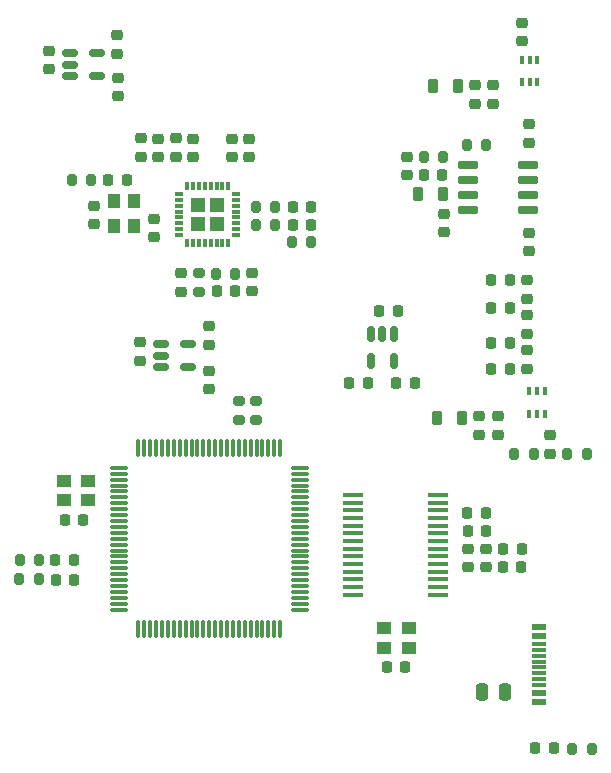
<source format=gbr>
%TF.GenerationSoftware,KiCad,Pcbnew,8.0.4-8.0.4-0~ubuntu22.04.1*%
%TF.CreationDate,2024-09-01T23:10:33+08:00*%
%TF.ProjectId,R820T_With_LCMXO2,52383230-545f-4576-9974-685f4c434d58,rev?*%
%TF.SameCoordinates,Original*%
%TF.FileFunction,Paste,Top*%
%TF.FilePolarity,Positive*%
%FSLAX46Y46*%
G04 Gerber Fmt 4.6, Leading zero omitted, Abs format (unit mm)*
G04 Created by KiCad (PCBNEW 8.0.4-8.0.4-0~ubuntu22.04.1) date 2024-09-01 23:10:33*
%MOMM*%
%LPD*%
G01*
G04 APERTURE LIST*
G04 Aperture macros list*
%AMRoundRect*
0 Rectangle with rounded corners*
0 $1 Rounding radius*
0 $2 $3 $4 $5 $6 $7 $8 $9 X,Y pos of 4 corners*
0 Add a 4 corners polygon primitive as box body*
4,1,4,$2,$3,$4,$5,$6,$7,$8,$9,$2,$3,0*
0 Add four circle primitives for the rounded corners*
1,1,$1+$1,$2,$3*
1,1,$1+$1,$4,$5*
1,1,$1+$1,$6,$7*
1,1,$1+$1,$8,$9*
0 Add four rect primitives between the rounded corners*
20,1,$1+$1,$2,$3,$4,$5,0*
20,1,$1+$1,$4,$5,$6,$7,0*
20,1,$1+$1,$6,$7,$8,$9,0*
20,1,$1+$1,$8,$9,$2,$3,0*%
G04 Aperture macros list end*
%ADD10RoundRect,0.200000X-0.200000X-0.275000X0.200000X-0.275000X0.200000X0.275000X-0.200000X0.275000X0*%
%ADD11RoundRect,0.218750X0.218750X0.256250X-0.218750X0.256250X-0.218750X-0.256250X0.218750X-0.256250X0*%
%ADD12R,1.240000X0.600000*%
%ADD13R,1.240000X0.300000*%
%ADD14RoundRect,0.225000X0.225000X0.250000X-0.225000X0.250000X-0.225000X-0.250000X0.225000X-0.250000X0*%
%ADD15RoundRect,0.150000X-0.512500X-0.150000X0.512500X-0.150000X0.512500X0.150000X-0.512500X0.150000X0*%
%ADD16RoundRect,0.225000X0.250000X-0.225000X0.250000X0.225000X-0.250000X0.225000X-0.250000X-0.225000X0*%
%ADD17RoundRect,0.225000X-0.250000X0.225000X-0.250000X-0.225000X0.250000X-0.225000X0.250000X0.225000X0*%
%ADD18R,1.300000X1.100000*%
%ADD19RoundRect,0.200000X0.275000X-0.200000X0.275000X0.200000X-0.275000X0.200000X-0.275000X-0.200000X0*%
%ADD20RoundRect,0.225000X-0.225000X-0.250000X0.225000X-0.250000X0.225000X0.250000X-0.225000X0.250000X0*%
%ADD21R,1.100000X1.300000*%
%ADD22RoundRect,0.075000X-0.662500X-0.075000X0.662500X-0.075000X0.662500X0.075000X-0.662500X0.075000X0*%
%ADD23RoundRect,0.075000X-0.075000X-0.662500X0.075000X-0.662500X0.075000X0.662500X-0.075000X0.662500X0*%
%ADD24RoundRect,0.250000X0.250000X0.475000X-0.250000X0.475000X-0.250000X-0.475000X0.250000X-0.475000X0*%
%ADD25RoundRect,0.218750X-0.256250X0.218750X-0.256250X-0.218750X0.256250X-0.218750X0.256250X0.218750X0*%
%ADD26RoundRect,0.218750X0.218750X0.381250X-0.218750X0.381250X-0.218750X-0.381250X0.218750X-0.381250X0*%
%ADD27RoundRect,0.150000X-0.150000X0.512500X-0.150000X-0.512500X0.150000X-0.512500X0.150000X0.512500X0*%
%ADD28RoundRect,0.200000X0.200000X0.275000X-0.200000X0.275000X-0.200000X-0.275000X0.200000X-0.275000X0*%
%ADD29RoundRect,0.100000X0.100000X-0.225000X0.100000X0.225000X-0.100000X0.225000X-0.100000X-0.225000X0*%
%ADD30R,1.750000X0.450000*%
%ADD31RoundRect,0.218750X-0.218750X-0.381250X0.218750X-0.381250X0.218750X0.381250X-0.218750X0.381250X0*%
%ADD32RoundRect,0.218750X-0.218750X-0.256250X0.218750X-0.256250X0.218750X0.256250X-0.218750X0.256250X0*%
%ADD33R,1.300000X1.300000*%
%ADD34R,0.300000X0.800000*%
%ADD35R,0.800000X0.300000*%
%ADD36RoundRect,0.150000X0.725000X0.150000X-0.725000X0.150000X-0.725000X-0.150000X0.725000X-0.150000X0*%
%ADD37RoundRect,0.200000X-0.275000X0.200000X-0.275000X-0.200000X0.275000X-0.200000X0.275000X0.200000X0*%
G04 APERTURE END LIST*
D10*
%TO.C,R16*%
X152337500Y-142600000D03*
X150687500Y-142600000D03*
%TD*%
D11*
%TO.C,D2*%
X147575000Y-142550000D03*
X149150000Y-142550000D03*
%TD*%
D12*
%TO.C,J1*%
X147844999Y-138645000D03*
X147844999Y-137845000D03*
D13*
X147844999Y-136695000D03*
X147844999Y-135695000D03*
X147844999Y-135195000D03*
X147844999Y-134195000D03*
D12*
X147844999Y-133045000D03*
X147844999Y-132245000D03*
X147844999Y-132245000D03*
X147844999Y-133045000D03*
D13*
X147844999Y-133695000D03*
X147844999Y-134695000D03*
X147844999Y-136195000D03*
X147844999Y-137195000D03*
D12*
X147844999Y-137845000D03*
X147844999Y-138645000D03*
%TD*%
D14*
%TO.C,C6*%
X133375000Y-111612500D03*
X131825000Y-111612500D03*
%TD*%
D15*
%TO.C,U9*%
X108200000Y-83700000D03*
X108200000Y-84650000D03*
X108200000Y-85600000D03*
X110475000Y-85600000D03*
X110475000Y-83700000D03*
%TD*%
D16*
%TO.C,C37*%
X112187500Y-83737500D03*
X112187500Y-82187500D03*
%TD*%
D10*
%TO.C,R11*%
X123900000Y-98200000D03*
X125550000Y-98200000D03*
%TD*%
D17*
%TO.C,C32*%
X112237500Y-85787500D03*
X112237500Y-87337500D03*
%TD*%
D16*
%TO.C,C18*%
X143362500Y-127225001D03*
X143362500Y-125675001D03*
%TD*%
D18*
%TO.C,X1*%
X107625000Y-121550000D03*
X109725000Y-121550000D03*
X109725000Y-119900000D03*
X107625000Y-119900000D03*
%TD*%
D17*
%TO.C,C49*%
X110225000Y-96625000D03*
X110225000Y-98175000D03*
%TD*%
%TO.C,C1*%
X143975000Y-86425000D03*
X143975000Y-87975000D03*
%TD*%
D19*
%TO.C,R18*%
X123937500Y-114775001D03*
X123937500Y-113125001D03*
%TD*%
D16*
%TO.C,C17*%
X141862500Y-127225001D03*
X141862500Y-125675001D03*
%TD*%
D20*
%TO.C,C61*%
X127025000Y-98200000D03*
X128575000Y-98200000D03*
%TD*%
D21*
%TO.C,X2*%
X111900000Y-96200000D03*
X111900000Y-98300000D03*
X113550000Y-98300000D03*
X113550000Y-96200000D03*
%TD*%
D20*
%TO.C,C14*%
X141837500Y-124150001D03*
X143387500Y-124150001D03*
%TD*%
D22*
%TO.C,U1*%
X112300000Y-118800000D03*
X112300000Y-119300000D03*
X112300000Y-119800000D03*
X112300000Y-120300000D03*
X112300000Y-120800000D03*
X112300000Y-121300000D03*
X112300000Y-121800000D03*
X112300000Y-122300000D03*
X112300000Y-122800000D03*
X112300000Y-123300000D03*
X112300000Y-123800000D03*
X112300000Y-124300000D03*
X112300000Y-124800000D03*
X112300000Y-125300000D03*
X112300000Y-125800000D03*
X112300000Y-126300000D03*
X112300000Y-126800000D03*
X112300000Y-127300000D03*
X112300000Y-127800000D03*
X112300000Y-128300000D03*
X112300000Y-128800000D03*
X112300000Y-129300000D03*
X112300000Y-129800000D03*
X112300000Y-130300000D03*
X112300000Y-130800000D03*
D23*
X113962500Y-132462500D03*
X114462500Y-132462500D03*
X114962500Y-132462500D03*
X115462500Y-132462500D03*
X115962500Y-132462500D03*
X116462500Y-132462500D03*
X116962500Y-132462500D03*
X117462500Y-132462500D03*
X117962500Y-132462500D03*
X118462500Y-132462500D03*
X118962500Y-132462500D03*
X119462500Y-132462500D03*
X119962500Y-132462500D03*
X120462500Y-132462500D03*
X120962500Y-132462500D03*
X121462500Y-132462500D03*
X121962500Y-132462500D03*
X122462500Y-132462500D03*
X122962500Y-132462500D03*
X123462500Y-132462500D03*
X123962500Y-132462500D03*
X124462500Y-132462500D03*
X124962500Y-132462500D03*
X125462500Y-132462500D03*
X125962500Y-132462500D03*
D22*
X127625000Y-130800000D03*
X127625000Y-130300000D03*
X127625000Y-129800000D03*
X127625000Y-129300000D03*
X127625000Y-128800000D03*
X127625000Y-128300000D03*
X127625000Y-127800000D03*
X127625000Y-127300000D03*
X127625000Y-126800000D03*
X127625000Y-126300000D03*
X127625000Y-125800000D03*
X127625000Y-125300000D03*
X127625000Y-124800000D03*
X127625000Y-124300000D03*
X127625000Y-123800000D03*
X127625000Y-123300000D03*
X127625000Y-122800000D03*
X127625000Y-122300000D03*
X127625000Y-121800000D03*
X127625000Y-121300000D03*
X127625000Y-120800000D03*
X127625000Y-120300000D03*
X127625000Y-119800000D03*
X127625000Y-119300000D03*
X127625000Y-118800000D03*
D23*
X125962500Y-117137500D03*
X125462500Y-117137500D03*
X124962500Y-117137500D03*
X124462500Y-117137500D03*
X123962500Y-117137500D03*
X123462500Y-117137500D03*
X122962500Y-117137500D03*
X122462500Y-117137500D03*
X121962500Y-117137500D03*
X121462500Y-117137500D03*
X120962500Y-117137500D03*
X120462500Y-117137500D03*
X119962500Y-117137500D03*
X119462500Y-117137500D03*
X118962500Y-117137500D03*
X118462500Y-117137500D03*
X117962500Y-117137500D03*
X117462500Y-117137500D03*
X116962500Y-117137500D03*
X116462500Y-117137500D03*
X115962500Y-117137500D03*
X115462500Y-117137500D03*
X114962500Y-117137500D03*
X114462500Y-117137500D03*
X113962500Y-117137500D03*
%TD*%
D17*
%TO.C,C51*%
X118615000Y-90917500D03*
X118615000Y-92467500D03*
%TD*%
D24*
%TO.C,C3*%
X144975000Y-137800000D03*
X143075000Y-137800000D03*
%TD*%
D17*
%TO.C,C57*%
X121865000Y-90917500D03*
X121865000Y-92467500D03*
%TD*%
D25*
%TO.C,L7*%
X146875000Y-108862500D03*
X146875000Y-110437500D03*
%TD*%
D17*
%TO.C,C24*%
X139825000Y-97275000D03*
X139825000Y-98825000D03*
%TD*%
D20*
%TO.C,C58*%
X120575000Y-103850000D03*
X122125000Y-103850000D03*
%TD*%
D26*
%TO.C,L3*%
X139737500Y-95650000D03*
X137612500Y-95650000D03*
%TD*%
D27*
%TO.C,U8*%
X135575000Y-107462500D03*
X134625000Y-107462500D03*
X133675000Y-107462500D03*
X133675000Y-109737500D03*
X135575000Y-109737500D03*
%TD*%
D28*
%TO.C,R15*%
X128600000Y-99700000D03*
X126950000Y-99700000D03*
%TD*%
D20*
%TO.C,C7*%
X135800000Y-111612500D03*
X137350000Y-111612500D03*
%TD*%
D17*
%TO.C,C54*%
X114145000Y-90912500D03*
X114145000Y-92462500D03*
%TD*%
%TO.C,C29*%
X114062500Y-108162500D03*
X114062500Y-109712500D03*
%TD*%
%TO.C,C4*%
X106387500Y-83487500D03*
X106387500Y-85037500D03*
%TD*%
D29*
%TO.C,U2*%
X147050000Y-114200000D03*
X147700000Y-114200000D03*
X148350000Y-114200000D03*
X148350000Y-112300000D03*
X147700000Y-112300000D03*
X147050000Y-112300000D03*
%TD*%
D30*
%TO.C,U3*%
X132112500Y-121100001D03*
X132112500Y-121750001D03*
X132112500Y-122400001D03*
X132112500Y-123050001D03*
X132112500Y-123700001D03*
X132112500Y-124350001D03*
X132112500Y-125000001D03*
X132112500Y-125650001D03*
X132112500Y-126300001D03*
X132112500Y-126950001D03*
X132112500Y-127600001D03*
X132112500Y-128250001D03*
X132112500Y-128900001D03*
X132112500Y-129550001D03*
X139312500Y-129550001D03*
X139312500Y-128900001D03*
X139312500Y-128250001D03*
X139312500Y-127600001D03*
X139312500Y-126950001D03*
X139312500Y-126300001D03*
X139312500Y-125650001D03*
X139312500Y-125000001D03*
X139312500Y-124350001D03*
X139312500Y-123700001D03*
X139312500Y-123050001D03*
X139312500Y-122400001D03*
X139312500Y-121750001D03*
X139312500Y-121100001D03*
%TD*%
D10*
%TO.C,R4*%
X150275000Y-117600000D03*
X151925000Y-117600000D03*
%TD*%
D25*
%TO.C,L5*%
X146875000Y-102912500D03*
X146875000Y-104487500D03*
%TD*%
D31*
%TO.C,L4*%
X138875000Y-86500000D03*
X141000000Y-86500000D03*
%TD*%
D10*
%TO.C,R19*%
X103875000Y-128250000D03*
X105525000Y-128250000D03*
%TD*%
%TO.C,R3*%
X145775000Y-117650000D03*
X147425000Y-117650000D03*
%TD*%
D17*
%TO.C,C60*%
X117575000Y-102325000D03*
X117575000Y-103875000D03*
%TD*%
D20*
%TO.C,C62*%
X127025000Y-96710000D03*
X128575000Y-96710000D03*
%TD*%
D32*
%TO.C,D4*%
X106937501Y-126600000D03*
X108512501Y-126600000D03*
%TD*%
D10*
%TO.C,R12*%
X123900000Y-96700000D03*
X125550000Y-96700000D03*
%TD*%
D28*
%TO.C,R8*%
X139775000Y-92450000D03*
X138125000Y-92450000D03*
%TD*%
D32*
%TO.C,D1*%
X111427500Y-94412500D03*
X113002500Y-94412500D03*
%TD*%
D33*
%TO.C,U7*%
X119025000Y-98150000D03*
X120625000Y-98150000D03*
X119025000Y-96550000D03*
X120625000Y-96550000D03*
D34*
X118075000Y-99750000D03*
X118575000Y-99750000D03*
X119075000Y-99750000D03*
X119575000Y-99750000D03*
X120075000Y-99750000D03*
X120575000Y-99750000D03*
X121075000Y-99750000D03*
X121575000Y-99750000D03*
D35*
X122225000Y-99100000D03*
X122225000Y-98600000D03*
X122225000Y-98100000D03*
X122225000Y-97600000D03*
X122225000Y-97100000D03*
X122225000Y-96600000D03*
X122225000Y-96100000D03*
X122225000Y-95600000D03*
D34*
X121575000Y-94950000D03*
X121075000Y-94950000D03*
X120575000Y-94950000D03*
X120075000Y-94950000D03*
X119575000Y-94950000D03*
X119075000Y-94950000D03*
X118575000Y-94950000D03*
X118075000Y-94950000D03*
D35*
X117425000Y-95600000D03*
X117425000Y-96100000D03*
X117425000Y-96600000D03*
X117425000Y-97100000D03*
X117425000Y-97600000D03*
X117425000Y-98100000D03*
X117425000Y-98600000D03*
X117425000Y-99100000D03*
%TD*%
D17*
%TO.C,C9*%
X148850000Y-116050000D03*
X148850000Y-117600000D03*
%TD*%
D18*
%TO.C,X3*%
X134775000Y-134025000D03*
X136875000Y-134025000D03*
X136875000Y-132375000D03*
X134775000Y-132375000D03*
%TD*%
D14*
%TO.C,C25*%
X139700000Y-94000000D03*
X138150000Y-94000000D03*
%TD*%
D16*
%TO.C,C50*%
X115275000Y-99275000D03*
X115275000Y-97725000D03*
%TD*%
D36*
%TO.C,U5*%
X146975000Y-97000000D03*
X146975000Y-95730000D03*
X146975000Y-94460000D03*
X146975000Y-93190000D03*
X141825000Y-93190000D03*
X141825000Y-94460000D03*
X141825000Y-95730000D03*
X141825000Y-97000000D03*
%TD*%
D28*
%TO.C,R9*%
X143400000Y-91500000D03*
X141750000Y-91500000D03*
%TD*%
D17*
%TO.C,C27*%
X144375000Y-114450000D03*
X144375000Y-116000000D03*
%TD*%
%TO.C,C65*%
X146475000Y-81150000D03*
X146475000Y-82700000D03*
%TD*%
D20*
%TO.C,C12*%
X143850000Y-108200000D03*
X145400000Y-108200000D03*
%TD*%
D37*
%TO.C,R7*%
X119075000Y-102275000D03*
X119075000Y-103925000D03*
%TD*%
D20*
%TO.C,C26*%
X143850000Y-110450000D03*
X145400000Y-110450000D03*
%TD*%
%TO.C,C13*%
X141812500Y-122650001D03*
X143362500Y-122650001D03*
%TD*%
D17*
%TO.C,C22*%
X136675000Y-92475000D03*
X136675000Y-94025000D03*
%TD*%
D20*
%TO.C,C10*%
X143850000Y-102912500D03*
X145400000Y-102912500D03*
%TD*%
D19*
%TO.C,R17*%
X122437500Y-114750001D03*
X122437500Y-113100001D03*
%TD*%
D17*
%TO.C,C28*%
X142825000Y-114450000D03*
X142825000Y-116000000D03*
%TD*%
D20*
%TO.C,C56*%
X107750000Y-123205001D03*
X109300000Y-123205001D03*
%TD*%
D17*
%TO.C,C53*%
X115635000Y-90927500D03*
X115635000Y-92477500D03*
%TD*%
%TO.C,C52*%
X117135000Y-90902500D03*
X117135000Y-92452500D03*
%TD*%
D14*
%TO.C,C5*%
X135900000Y-105512500D03*
X134350000Y-105512500D03*
%TD*%
D31*
%TO.C,L1*%
X139200000Y-114575000D03*
X141325000Y-114575000D03*
%TD*%
D17*
%TO.C,C30*%
X119912500Y-110587500D03*
X119912500Y-112137500D03*
%TD*%
D20*
%TO.C,C16*%
X144837500Y-127200001D03*
X146387500Y-127200001D03*
%TD*%
D16*
%TO.C,C23*%
X147025000Y-100425000D03*
X147025000Y-98875000D03*
%TD*%
D17*
%TO.C,C55*%
X123325000Y-90942500D03*
X123325000Y-92492500D03*
%TD*%
D20*
%TO.C,C11*%
X143850000Y-105262500D03*
X145400000Y-105262500D03*
%TD*%
D28*
%TO.C,R21*%
X105555001Y-126580001D03*
X103905001Y-126580001D03*
%TD*%
D10*
%TO.C,R10*%
X120500000Y-102350000D03*
X122150000Y-102350000D03*
%TD*%
D20*
%TO.C,C15*%
X144862500Y-125700001D03*
X146412500Y-125700001D03*
%TD*%
D15*
%TO.C,U6*%
X115887500Y-108337500D03*
X115887500Y-109287500D03*
X115887500Y-110237500D03*
X118162500Y-110237500D03*
X118162500Y-108337500D03*
%TD*%
D17*
%TO.C,C2*%
X142475000Y-86425000D03*
X142475000Y-87975000D03*
%TD*%
D28*
%TO.C,R6*%
X109965000Y-94442500D03*
X108315000Y-94442500D03*
%TD*%
D17*
%TO.C,C59*%
X123575000Y-102300000D03*
X123575000Y-103850000D03*
%TD*%
D11*
%TO.C,D3*%
X108525000Y-128260000D03*
X106950000Y-128260000D03*
%TD*%
D29*
%TO.C,U4*%
X146425000Y-86150000D03*
X147075000Y-86150000D03*
X147725000Y-86150000D03*
X147725000Y-84250000D03*
X147075000Y-84250000D03*
X146425000Y-84250000D03*
%TD*%
D16*
%TO.C,C31*%
X119912500Y-108362500D03*
X119912500Y-106812500D03*
%TD*%
D20*
%TO.C,C63*%
X135000000Y-135675000D03*
X136550000Y-135675000D03*
%TD*%
D17*
%TO.C,C21*%
X147025000Y-89725000D03*
X147025000Y-91275000D03*
%TD*%
D25*
%TO.C,L6*%
X146875000Y-105875000D03*
X146875000Y-107450000D03*
%TD*%
M02*

</source>
